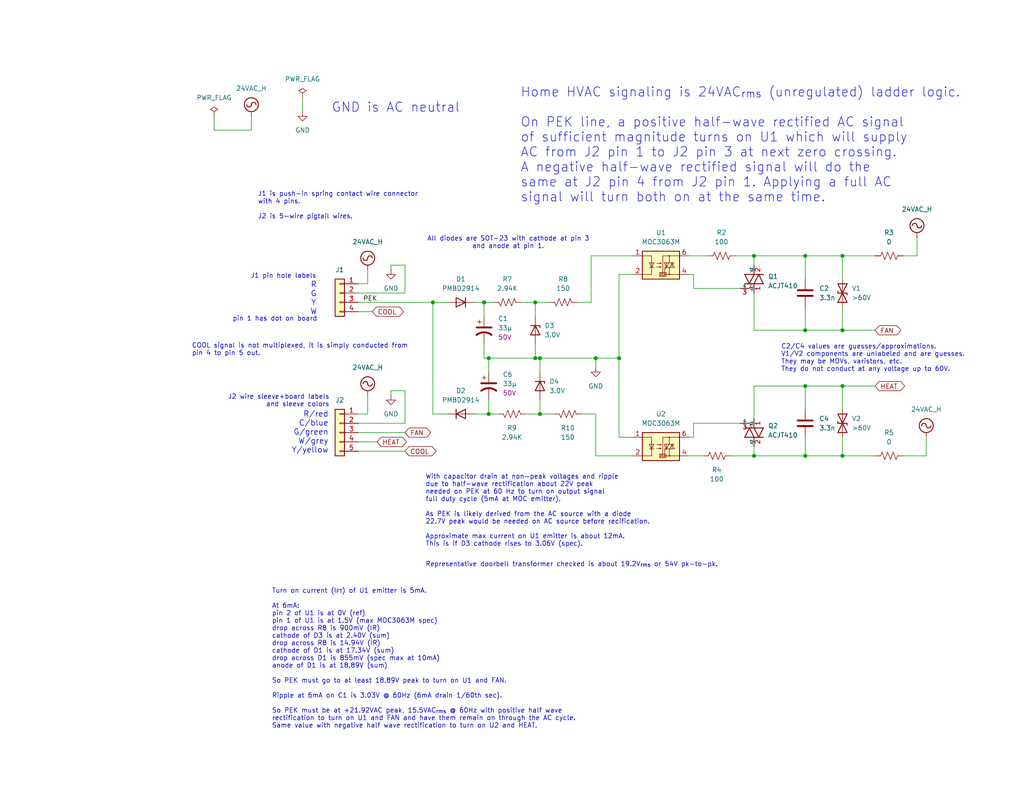
<source format=kicad_sch>
(kicad_sch (version 20250114) (generator "eeschema") (generator_version "9.0")
  (paper "USLetter")
  (title_block (title "EcoBee power extender kit 175-00011 rev D") (date "2025-08-16") (rev "a"))
  (lib_symbols
    (symbol "Connector_Generic:Conn_01x04" (pin_names (offset 1.016) (hide yes))
      (property "Reference" "J" (at 0 5.08 0))
      (property "Value" "Conn_01x04" (at 0 -7.62 0))
      (symbol "Conn_01x04_1_1"
        (rectangle (start -1.27 3.81) (end 1.27 -6.35) (stroke (width 0.254)) (fill (type background)))
        (rectangle (start -1.27 2.667) (end 0 2.413) (stroke (width 0.1524)))
        (rectangle (start -1.27 0.127) (end 0 -0.127) (stroke (width 0.1524)))
        (rectangle (start -1.27 -2.413) (end 0 -2.667) (stroke (width 0.1524)))
        (rectangle (start -1.27 -4.953) (end 0 -5.207) (stroke (width 0.1524)))
        (pin passive line (at -5.08 2.54 0) (length 3.81) (name "Pin_1") (number "1"))
        (pin passive line (at -5.08 0 0) (length 3.81) (name "Pin_2") (number "2"))
        (pin passive line (at -5.08 -2.54 0) (length 3.81) (name "Pin_3") (number "3"))
        (pin passive line (at -5.08 -5.08 0) (length 3.81) (name "Pin_4") (number "4"))
      )
    )
    (symbol "Connector_Generic:Conn_01x05" (pin_names (offset 1.016) (hide yes))
      (property "Reference" "J" (at 0 7.62 0))
      (property "Value" "Conn_01x05" (at 0 -7.62 0))
      (symbol "Conn_01x05_1_1"
        (rectangle (start -1.27 6.35) (end 1.27 -6.35) (stroke (width 0.254)) (fill (type background)))
        (rectangle (start -1.27 5.207) (end 0 4.953) (stroke (width 0.1524)))
        (rectangle (start -1.27 2.667) (end 0 2.413) (stroke (width 0.1524)))
        (rectangle (start -1.27 0.127) (end 0 -0.127) (stroke (width 0.1524)))
        (rectangle (start -1.27 -2.413) (end 0 -2.667) (stroke (width 0.1524)))
        (rectangle (start -1.27 -4.953) (end 0 -5.207) (stroke (width 0.1524)))
        (pin passive line (at -5.08 5.08 0) (length 3.81) (name "Pin_1") (number "1"))
        (pin passive line (at -5.08 2.54 0) (length 3.81) (name "Pin_2") (number "2"))
        (pin passive line (at -5.08 0 0) (length 3.81) (name "Pin_3") (number "3"))
        (pin passive line (at -5.08 -2.54 0) (length 3.81) (name "Pin_4") (number "4"))
        (pin passive line (at -5.08 -5.08 0) (length 3.81) (name "Pin_5") (number "5"))
      )
    )
    (symbol "Device:C" (pin_numbers (hide yes)) (pin_names (offset 0.254))
      (property "Reference" "C" (at 0.635 2.54 0))
      (property "Value" "C" (at 0.635 -2.54 0))
      (symbol "C_0_1"
        (polyline (pts (xy -2.032 0.762) (xy 2.032 0.762)) (stroke (width 0.508)))
        (polyline (pts (xy -2.032 -0.762) (xy 2.032 -0.762)) (stroke (width 0.508)))
      )
      (symbol "C_1_1"
        (pin passive line (at 0 3.81 270) (length 2.794) (name "~") (number "1"))
        (pin passive line (at 0 -3.81 90) (length 2.794) (name "~") (number "2"))
      )
    )
    (symbol "Device:C_Polarized_US" (pin_numbers (hide yes)) (pin_names (offset 0.254) (hide yes))
      (property "Reference" "C" (at 0.635 2.54 0))
      (property "Value" "C_Polarized_US" (at 0.635 -2.54 0))
      (symbol "C_Polarized_US_0_1"
        (polyline (pts (xy -2.032 0.762) (xy 2.032 0.762)) (stroke (width 0.508)))
        (polyline (pts (xy -1.778 2.286) (xy -0.762 2.286)))
        (polyline (pts (xy -1.27 1.778) (xy -1.27 2.794)))
        (arc (start -2.032 -1.27) (mid 0 -0.5572) (end 2.032 -1.27) (stroke (width 0.508)))
      )
      (symbol "C_Polarized_US_1_1"
        (pin passive line (at 0 3.81 270) (length 2.794) (name "~") (number "1"))
        (pin passive line (at 0 -3.81 90) (length 3.302) (name "~") (number "2"))
      )
    )
    (symbol "Device:D" (pin_numbers (hide yes)) (pin_names (offset 1.016) (hide yes))
      (property "Reference" "D" (at 0 2.54 0))
      (property "Value" "D" (at 0 -2.54 0))
      (symbol "D_0_1"
        (polyline (pts (xy -1.27 1.27) (xy -1.27 -1.27)) (stroke (width 0.254)))
        (polyline (pts (xy 1.27 1.27) (xy 1.27 -1.27) (xy -1.27 0) (xy 1.27 1.27)) (stroke (width 0.254)))
        (polyline (pts (xy 1.27 0) (xy -1.27 0)))
      )
      (symbol "D_1_1"
        (pin passive line (at -3.81 0 0) (length 2.54) (name "K") (number "1"))
        (pin passive line (at 3.81 0 180) (length 2.54) (name "A") (number "2"))
      )
    )
    (symbol "Device:D_TVS" (pin_numbers (hide yes)) (pin_names (offset 1.016) (hide yes))
      (property "Reference" "D" (at 0 2.54 0))
      (property "Value" "D_TVS" (at 0 -2.54 0))
      (symbol "D_TVS_0_1"
        (polyline (pts (xy -2.54 1.27) (xy -2.54 -1.27) (xy 2.54 1.27) (xy 2.54 -1.27) (xy -2.54 1.27)) (stroke (width 0.254)))
        (polyline (pts (xy 0.508 1.27) (xy 0 1.27) (xy 0 -1.27) (xy -0.508 -1.27)) (stroke (width 0.254)))
        (polyline (pts (xy 1.27 0) (xy -1.27 0)))
      )
      (symbol "D_TVS_1_1"
        (pin passive line (at -3.81 0 0) (length 2.54) (name "A1") (number "1"))
        (pin passive line (at 3.81 0 180) (length 2.54) (name "A2") (number "2"))
      )
    )
    (symbol "Device:D_Zener" (pin_numbers (hide yes)) (pin_names (offset 1.016) (hide yes))
      (property "Reference" "D" (at 0 2.54 0))
      (property "Value" "D_Zener" (at 0 -2.54 0))
      (symbol "D_Zener_0_1"
        (polyline (pts (xy -1.27 -1.27) (xy -1.27 1.27) (xy -0.762 1.27)) (stroke (width 0.254)))
        (polyline (pts (xy 1.27 0) (xy -1.27 0)))
        (polyline (pts (xy 1.27 -1.27) (xy 1.27 1.27) (xy -1.27 0) (xy 1.27 -1.27)) (stroke (width 0.254)))
      )
      (symbol "D_Zener_1_1"
        (pin passive line (at -3.81 0 0) (length 2.54) (name "K") (number "1"))
        (pin passive line (at 3.81 0 180) (length 2.54) (name "A") (number "2"))
      )
    )
    (symbol "Device:R_US" (pin_numbers (hide yes)) (pin_names (offset 0))
      (property "Reference" "R" (at 2.54 0 90))
      (property "Value" "R_US" (at -2.54 0 90))
      (symbol "R_US_0_1"
        (polyline (pts (xy 0 2.286) (xy 0 2.54)))
        (polyline (pts (xy 0 2.286) (xy 1.016 1.905) (xy 0 1.524) (xy -1.016 1.143) (xy 0 0.762)))
        (polyline (pts (xy 0 0.762) (xy 1.016 0.381) (xy 0 0) (xy -1.016 -0.381) (xy 0 -0.762)))
        (polyline (pts (xy 0 -0.762) (xy 1.016 -1.143) (xy 0 -1.524) (xy -1.016 -1.905) (xy 0 -2.286)))
        (polyline (pts (xy 0 -2.286) (xy 0 -2.54)))
      )
      (symbol "R_US_1_1"
        (pin passive line (at 0 3.81 270) (length 1.27) (name "~") (number "1"))
        (pin passive line (at 0 -3.81 90) (length 1.27) (name "~") (number "2"))
      )
    )
    (symbol "Relay_SolidState:MOC3063M"
      (property "Reference" "U" (at -5.08 5.08 0))
      (property "Value" "MOC3063M" (at 0 5.08 0))
      (symbol "MOC3063M_0_0"
        (rectangle (start -0.381 -2.032) (end 1.397 -3.048))
        (polyline (pts (xy 1.524 -0.635) (xy 1.016 -1.016) (xy 1.016 -2.032)))
        (polyline (pts (xy 2.286 -2.54) (xy 1.397 -2.54)))
        (text "ZCD" (at 0.508 -2.54 0) (effects (font (size 0.508 0.508))))
      )
      (symbol "MOC3063M_0_1"
        (rectangle (start -5.08 3.81) (end 5.08 -3.81) (stroke (width 0.254)) (fill (type background)))
        (polyline (pts (xy -5.08 2.54) (xy -2.54 2.54) (xy -2.54 -2.54) (xy -5.08 -2.54)))
        (polyline (pts (xy -3.175 -0.635) (xy -1.905 -0.635)))
        (polyline (pts (xy -2.54 -0.635) (xy -3.175 0.635) (xy -1.905 0.635) (xy -2.54 -0.635)))
        (polyline (pts (xy -1.143 0.508) (xy 0.127 0.508) (xy -0.254 0.381) (xy -0.254 0.635) (xy 0.127 0.508)))
        (polyline (pts (xy -1.143 -0.508) (xy 0.127 -0.508) (xy -0.254 -0.635) (xy -0.254 -0.381) (xy 0.127 -0.508)))
        (polyline (pts (xy 0.889 -0.635) (xy 3.683 -0.635) (xy 3.048 0.635) (xy 2.413 -0.635)))
        (polyline (pts (xy 1.524 -0.635) (xy 1.524 0.635)))
        (polyline (pts (xy 2.286 2.54) (xy 0.508 2.54) (xy 0.508 -2.032)))
        (circle (center 2.286 2.54) (radius 0.127))
        (polyline (pts (xy 2.286 0.635) (xy 2.286 2.54) (xy 5.08 2.54)))
        (polyline (pts (xy 2.286 -0.635) (xy 2.286 -2.54) (xy 5.08 -2.54)))
        (circle (center 2.286 -2.54) (radius 0.127))
        (polyline (pts (xy 3.048 0.635) (xy 3.048 -0.635)))
        (polyline (pts (xy 3.683 0.635) (xy 0.889 0.635) (xy 1.524 -0.635) (xy 2.159 0.635)))
      )
      (symbol "MOC3063M_1_1"
        (pin passive line (at -7.62 2.54 0) (length 2.54) (name "~") (number "1"))
        (pin passive line (at -7.62 -2.54 0) (length 2.54) (name "~") (number "2"))
        (pin no_connect line (at -5.08 0 0) (length 2.54) (hide yes) (name "NC") (number "3"))
        (pin no_connect line (at 5.08 0 180) (length 2.54) (hide yes) (name "NC") (number "5"))
        (pin passive line (at 7.62 2.54 180) (length 2.54) (name "~") (number "6"))
        (pin passive line (at 7.62 -2.54 180) (length 2.54) (name "~") (number "4"))
      )
    )
    (symbol "Triac_Thyristor:Generic_Triac_A1A2G" (pin_names (offset 0))
      (property "Reference" "D" (at 3.175 0.635 0))
      (property "Value" "Generic_Triac_A1A2G" (at 3.175 -1.27 0))
      (symbol "Generic_Triac_A1A2G_0_1"
        (polyline (pts (xy -2.54 1.27) (xy 2.54 1.27)) (stroke (width 0.254)))
        (polyline (pts (xy -2.54 1.27) (xy -1.27 -1.27) (xy 0 1.27)) (stroke (width 0.254)))
        (polyline (pts (xy -2.54 -1.27) (xy 2.54 -1.27)) (stroke (width 0.254)))
        (polyline (pts (xy -1.27 -2.54) (xy -0.635 -1.27)))
        (polyline (pts (xy 0 -1.27) (xy 1.27 1.27) (xy 2.54 -1.27)) (stroke (width 0.254)))
      )
      (symbol "Generic_Triac_A1A2G_1_1"
        (pin input line (at -3.81 -2.54 0) (length 2.54) (name "G") (number "3"))
        (pin passive line (at 0 3.81 270) (length 2.54) (name "A2") (number "2"))
        (pin passive line (at 0 -3.81 90) (length 2.54) (name "A1") (number "1"))
      )
    )
    (symbol "power:GND" (power) (pin_numbers (hide yes)) (pin_names (offset 0) (hide yes))
      (property "Value" "GND" (at 0 -3.81 0))
      (symbol "GND_0_1"
        (polyline (pts (xy 0 0) (xy 0 -1.27) (xy 1.27 -1.27) (xy 0 -2.54) (xy -1.27 -1.27) (xy 0 -1.27)))
      )
      (symbol "GND_1_1"
        (pin power_in line (at 0 0 270) (length 0) (name "~") (number "1"))
      )
    )
    (symbol "power:PWR_FLAG" (power) (pin_numbers (hide yes)) (pin_names (offset 0) (hide yes))
      (property "Value" "PWR_FLAG" (at 0 3.81 0))
      (symbol "PWR_FLAG_0_0"
        (pin power_out line (at 0 0 90) (length 0) (name "~") (number "1"))
      )
      (symbol "PWR_FLAG_0_1"
        (polyline (pts (xy 0 0) (xy 0 1.27) (xy -1.016 1.905) (xy 0 2.54) (xy 1.016 1.905) (xy 0 1.27)))
      )
    )
    (symbol "power:VAC" (power) (pin_numbers (hide yes)) (pin_names (offset 0) (hide yes))
      (property "Value" "VAC" (at 0 6.35 0))
      (symbol "VAC_0_1"
        (arc (start -1.27 3.175) (mid -0.635 3.8073) (end 0 3.175) (stroke (width 0.254)))
        (circle (center 0 3.175) (radius 1.905) (stroke (width 0.254)))
        (polyline (pts (xy 0 0) (xy 0 1.27)))
        (arc (start 1.27 3.175) (mid 0.635 2.5427) (end 0 3.175) (stroke (width 0.254)))
      )
      (symbol "VAC_1_1"
        (pin power_in line (at 0 0 90) (length 0) (name "~") (number "1"))
      )
    )
  )
  (text "C2/C4 values are guesses/approximations.\nV1/V2 components are unlabeled and are guesses.\nThey may be MOVs, varistors, etc.\nThey do not conduct at any voltage up to 60V." (at 213.106 97.79 0) (effects (font (size 1.27 1.27)) (justify left)))
  (text "Home HVAC signaling is 24VAC_{rms} (unregulated) ladder logic.\n\nOn PEK line, a positive half-wave rectified AC signal\nof sufficient magnitude turns on U1 which will supply\nAC from J2 pin 1 to J2 pin 3 at next zero crossing.\nA negative half-wave rectified signal will do the\nsame at J2 pin 4 from J2 pin 1. Applying a full AC\nsignal will turn both on at the same time." (at 141.986 39.624 0) (effects (font (size 2.54 2.54)) (justify left)))
  (text "GND is AC neutral" (at 90.424 29.464 0) (effects (font (size 2.54 2.54)) (justify left)))
  (text "J1 is push-in spring contact wire connector\nwith 4 pins.\n\nJ2 is 5-wire pigtail wires." (at 70.358 56.134 0) (effects (font (size 1.27 1.27)) (justify left)))
  (text "All diodes are SOT-23 with cathode at pin 3\nand anode at pin 1." (at 138.684 66.294 0) (effects (font (size 1.27 1.27))))
  (text "R\nG\nY\nW" (at 85.598 81.534 0) (effects (font (size 1.524 1.524))))
  (text "pin 1 has dot on board" (at 86.614 87.122 0) (effects (font (size 1.27 1.27)) (justify right)))
  (text "J2 wire sleeve+board labels\nand sleeve colors" (at 89.916 109.474 0) (effects (font (size 1.27 1.27)) (justify right)))
  (text "R/red\nC/blue\nG/green\nW/grey\nY/yellow" (at 89.662 118.11 0) (effects (font (size 1.524 1.524)) (justify right)))
  (text "Turn on current (I_{FT}) of U1 emitter is 5mA.\n\nAt 6mA:\npin 2 of U1 is at 0V (ref)\npin 1 of U1 is at 1.5V (max MOC3063M spec)\ndrop across R8 is 900mV (IR)\ncathode of D3 is at 2.40V (sum)\ndrop across R8 is 14.94V (IR)\ncathode of D1 is at 17.34V (sum)\ndrop across D1 is 855mV (spec max at 10mA) \nanode of D1 is at 18.89V (sum)\n\nSo PEK must go to at least 18.89V peak to turn on U1 and FAN.\n\nRipple at 6mA on C1 is 3.03V @ 60Hz (6mA drain 1/60th sec).\n\nSo PEK must be at +21.92VAC peak, 15.5VAC_{rms} @ 60Hz with positive half wave\nrectification to turn on U1 and FAN and have them remain on through the AC cycle.\nSame value with negative half wave rectification to turn on U2 and HEAT." (at 74.168 179.832 0) (effects (font (size 1.27 1.27)) (justify left)))
  (text "COOL signal is not multiplexed, it is simply conducted from\npin 4 to pin 5 out." (at 52.324 95.504 0) (effects (font (size 1.27 1.27)) (justify left)))
  (text "J1 pin hole labels" (at 86.36 75.438 0) (effects (font (size 1.27 1.27)) (justify right)))
  (text "Representative doorbell transformer checked is about 19.2V_{rms} or 54V pk-to-pk." (at 116.078 154.178 0) (effects (font (size 1.27 1.27)) (justify left)))
  (text "With capacitor drain at non-peak voltages and ripple\ndue to half-wave rectification about 22V peak\nneeded on PEK at 60 Hz to turn on output signal\nfull duty cycle (5mA at MOC emitter).\n\nAs PEK is likely derived from the AC source with a diode\n22.7V peak would be needed on AC source before recification." (at 116.078 136.398 0) (effects (font (size 1.27 1.27)) (justify left)))
  (text "Approximate max current on U1 emitter is about 12mA.\nThis is if D3 cathode rises to 3.06V (spec).\n\n" (at 116.078 148.59 0) (effects (font (size 1.27 1.27)) (justify left)))
  (junction (at 219.71 105.41))
  (junction (at 205.74 124.46))
  (junction (at 229.87 69.85))
  (junction (at 147.32 97.79))
  (junction (at 133.35 113.03))
  (junction (at 219.71 90.17))
  (junction (at 133.35 97.79))
  (junction (at 146.05 97.79))
  (junction (at 147.32 113.03))
  (junction (at 118.11 82.55))
  (junction (at 132.08 82.55))
  (junction (at 229.87 105.41))
  (junction (at 205.74 69.85))
  (junction (at 219.71 69.85))
  (junction (at 219.71 124.46))
  (junction (at 229.87 124.46))
  (junction (at 162.56 97.79))
  (junction (at 146.05 82.55))
  (junction (at 168.91 97.79))
  (junction (at 229.87 90.17))
  (wire (pts (xy 161.29 69.85) (xy 172.72 69.85)))
  (wire (pts (xy 133.35 97.79) (xy 132.08 97.79)))
  (wire (pts (xy 162.56 124.46) (xy 172.72 124.46)))
  (wire (pts (xy 97.79 115.57) (xy 110.49 115.57)))
  (wire (pts (xy 168.91 74.93) (xy 168.91 97.79)))
  (wire (pts (xy 100.33 113.03) (xy 100.33 107.95)))
  (wire (pts (xy 97.79 113.03) (xy 100.33 113.03)))
  (wire (pts (xy 162.56 113.03) (xy 158.75 113.03)))
  (wire (pts (xy 187.96 69.85) (xy 193.04 69.85)))
  (wire (pts (xy 146.05 97.79) (xy 133.35 97.79)))
  (wire (pts (xy 199.39 124.46) (xy 205.74 124.46)))
  (wire (pts (xy 146.05 97.79) (xy 147.32 97.79)))
  (wire (pts (xy 229.87 119.38) (xy 229.87 124.46)))
  (wire (pts (xy 162.56 97.79) (xy 147.32 97.79)))
  (wire (pts (xy 229.87 105.41) (xy 238.76 105.41)))
  (wire (pts (xy 134.62 82.55) (xy 132.08 82.55)))
  (wire (pts (xy 205.74 80.01) (xy 205.74 90.17)))
  (wire (pts (xy 219.71 90.17) (xy 229.87 90.17)))
  (wire (pts (xy 219.71 124.46) (xy 229.87 124.46)))
  (wire (pts (xy 100.33 73.66) (xy 100.33 77.47)))
  (wire (pts (xy 162.56 124.46) (xy 162.56 113.03)))
  (wire (pts (xy 132.08 82.55) (xy 132.08 86.36)))
  (wire (pts (xy 168.91 119.38) (xy 172.72 119.38)))
  (wire (pts (xy 229.87 105.41) (xy 229.87 111.76)))
  (wire (pts (xy 250.19 69.85) (xy 250.19 64.77)))
  (wire (pts (xy 147.32 113.03) (xy 151.13 113.03)))
  (wire (pts (xy 219.71 105.41) (xy 229.87 105.41)))
  (wire (pts (xy 102.87 120.65) (xy 97.79 120.65)))
  (wire (pts (xy 219.71 105.41) (xy 219.71 111.76)))
  (wire (pts (xy 189.23 119.38) (xy 187.96 119.38)))
  (wire (pts (xy 110.49 72.39) (xy 110.49 80.01)))
  (wire (pts (xy 133.35 109.22) (xy 133.35 113.03)))
  (wire (pts (xy 147.32 97.79) (xy 147.32 101.6)))
  (wire (pts (xy 162.56 97.79) (xy 168.91 97.79)))
  (wire (pts (xy 121.92 82.55) (xy 118.11 82.55)))
  (wire (pts (xy 143.51 113.03) (xy 147.32 113.03)))
  (wire (pts (xy 106.68 72.39) (xy 110.49 72.39)))
  (wire (pts (xy 132.08 82.55) (xy 129.54 82.55)))
  (wire (pts (xy 205.74 90.17) (xy 219.71 90.17)))
  (wire (pts (xy 133.35 101.6) (xy 133.35 97.79)))
  (wire (pts (xy 97.79 85.09) (xy 101.6 85.09)))
  (wire (pts (xy 205.74 124.46) (xy 219.71 124.46)))
  (wire (pts (xy 118.11 113.03) (xy 121.92 113.03)))
  (wire (pts (xy 229.87 90.17) (xy 238.76 90.17)))
  (wire (pts (xy 189.23 115.57) (xy 189.23 119.38)))
  (wire (pts (xy 58.42 35.56) (xy 68.58 35.56)))
  (wire (pts (xy 118.11 82.55) (xy 118.11 113.03)))
  (wire (pts (xy 229.87 83.82) (xy 229.87 90.17)))
  (wire (pts (xy 189.23 115.57) (xy 201.93 115.57)))
  (wire (pts (xy 168.91 74.93) (xy 172.72 74.93)))
  (wire (pts (xy 106.68 73.66) (xy 106.68 72.39)))
  (wire (pts (xy 147.32 113.03) (xy 147.32 109.22)))
  (wire (pts (xy 58.42 31.75) (xy 58.42 35.56)))
  (wire (pts (xy 219.71 124.46) (xy 219.71 119.38)))
  (wire (pts (xy 187.96 74.93) (xy 189.23 74.93)))
  (wire (pts (xy 252.73 124.46) (xy 252.73 119.38)))
  (wire (pts (xy 110.49 106.68) (xy 106.68 106.68)))
  (wire (pts (xy 205.74 124.46) (xy 205.74 121.92)))
  (wire (pts (xy 219.71 69.85) (xy 219.71 76.2)))
  (wire (pts (xy 205.74 105.41) (xy 219.71 105.41)))
  (wire (pts (xy 189.23 74.93) (xy 189.23 78.74)))
  (wire (pts (xy 132.08 97.79) (xy 132.08 93.98)))
  (wire (pts (xy 110.49 80.01) (xy 97.79 80.01)))
  (wire (pts (xy 246.38 124.46) (xy 252.73 124.46)))
  (wire (pts (xy 106.68 106.68) (xy 106.68 107.95)))
  (wire (pts (xy 205.74 69.85) (xy 219.71 69.85)))
  (wire (pts (xy 189.23 78.74) (xy 201.93 78.74)))
  (wire (pts (xy 100.33 77.47) (xy 97.79 77.47)))
  (wire (pts (xy 161.29 82.55) (xy 157.48 82.55)))
  (wire (pts (xy 97.79 118.11) (xy 110.49 118.11)))
  (wire (pts (xy 168.91 97.79) (xy 168.91 119.38)))
  (wire (pts (xy 133.35 113.03) (xy 135.89 113.03)))
  (wire (pts (xy 246.38 69.85) (xy 250.19 69.85)))
  (wire (pts (xy 146.05 82.55) (xy 142.24 82.55)))
  (wire (pts (xy 200.66 69.85) (xy 205.74 69.85)))
  (wire (pts (xy 229.87 69.85) (xy 238.76 69.85)))
  (wire (pts (xy 161.29 69.85) (xy 161.29 82.55)))
  (wire (pts (xy 68.58 35.56) (xy 68.58 31.75)))
  (wire (pts (xy 219.71 69.85) (xy 229.87 69.85)))
  (wire (pts (xy 110.49 123.19) (xy 97.79 123.19)))
  (wire (pts (xy 97.79 82.55) (xy 118.11 82.55)))
  (wire (pts (xy 219.71 83.82) (xy 219.71 90.17)))
  (wire (pts (xy 229.87 124.46) (xy 238.76 124.46)))
  (wire (pts (xy 146.05 82.55) (xy 146.05 86.36)))
  (wire (pts (xy 162.56 97.79) (xy 162.56 100.33)))
  (wire (pts (xy 149.86 82.55) (xy 146.05 82.55)))
  (wire (pts (xy 205.74 69.85) (xy 205.74 72.39)))
  (wire (pts (xy 205.74 114.3) (xy 205.74 105.41)))
  (wire (pts (xy 82.55 26.67) (xy 82.55 30.48)))
  (wire (pts (xy 229.87 69.85) (xy 229.87 76.2)))
  (wire (pts (xy 187.96 124.46) (xy 191.77 124.46)))
  (wire (pts (xy 129.54 113.03) (xy 133.35 113.03)))
  (wire (pts (xy 146.05 93.98) (xy 146.05 97.79)))
  (wire (pts (xy 110.49 106.68) (xy 110.49 115.57)))
  (label "PEK" (at 99.06 82.55 0))
  (global_label "FAN" (shape bidirectional) (at 238.76 90.17 0) (property "Intersheetrefs" "${INTERSHEET_REFS}" (effects (hide yes))))
  (global_label "FAN" (shape bidirectional) (at 110.49 118.11 0) (property "Intersheetrefs" "${INTERSHEET_REFS}" (effects (hide yes))))
  (global_label "COOL" (shape bidirectional) (at 110.49 123.19 0) (property "Intersheetrefs" "${INTERSHEET_REFS}" (effects (hide yes))))
  (global_label "HEAT" (shape bidirectional) (at 102.87 120.65 0) (property "Intersheetrefs" "${INTERSHEET_REFS}" (effects (hide yes))))
  (global_label "COOL" (shape bidirectional) (at 101.6 85.09 0) (property "Intersheetrefs" "${INTERSHEET_REFS}" (effects (hide yes))))
  (global_label "HEAT" (shape bidirectional) (at 238.76 105.41 0) (property "Intersheetrefs" "${INTERSHEET_REFS}" (effects (hide yes))))
  (symbol (lib_id "Device:C") (at 219.71 115.57 180) (unit 1)
    (property "Reference" "C4" (at 223.52 114.2999 0) (effects (justify right)))
    (property "Value" "3.3n" (at 223.52 116.8399 0) (effects (justify right)))
    (property "Footprint" "Capacitor_SMD:C_0402_1005Metric" (effects (hide yes)))
    (property "Description" "Unpolarized capacitor" (effects (hide yes)))
  )
  (symbol (lib_id "Device:D_TVS") (at 229.87 115.57 90) (unit 1)
    (property "Reference" "V2" (at 232.41 114.2999 90) (effects (justify right)))
    (property "Value" ">60V" (at 232.41 116.8399 90) (effects (justify right)))
    (property "Footprint" "Diode_SMD:D_0603_1608Metric" (effects (hide yes)))
    (property "Description" "Bidirectional transient-voltage-suppression diode" (effects (hide yes)))
  )
  (symbol (lib_id "Connector_Generic:Conn_01x04") (at 92.71 80.01 0) (mirror y) (unit 1)
    (property "Reference" "J1" (at 92.71 73.66 0))
    (property "Value" "Conn_01x04" (effects (hide yes)))
    (property "Description" "Generic connector, single row, 01x04, script generated (kicad-library-utils/schlib/autogen/connector/)" (effects (hide yes)))
  )
  (symbol (lib_id "Device:D_Zener") (at 146.05 90.17 270) (unit 1)
    (property "Reference" "D3" (at 148.59 88.8999 90) (effects (justify left)))
    (property "Value" "3.0V" (at 148.59 91.4399 90) (effects (justify left)))
    (property "Description" "Zener diode" (effects (hide yes)))
  )
  (symbol (lib_id "Triac_Thyristor:Generic_Triac_A1A2G") (at 205.74 76.2 0) (unit 1)
    (property "Reference" "Q1" (at 209.55 75.5014 0) (effects (justify left)))
    (property "Value" "ACJT410" (at 209.55 78.0414 0) (effects (justify left)))
    (property "Footprint" "Package_TO_SOT_SMD:TO-252-2" (effects (hide yes)))
    (property "Datasheet" "https://www.jjm.com/pdf/kkg/ACJT410-10K.pdf" (effects (hide yes)))
    (property "Description" "Triode for alternating current, anode1/anode2/gate" (effects (hide yes)))
  )
  (symbol (lib_id "Device:D_Zener") (at 147.32 105.41 270) (unit 1)
    (property "Reference" "D4" (at 149.86 104.1399 90) (effects (justify left)))
    (property "Value" "3.0V" (at 149.86 106.6799 90) (effects (justify left)))
    (property "Description" "Zener diode" (effects (hide yes)))
  )
  (symbol (lib_id "Device:D") (at 125.73 82.55 180) (unit 1)
    (property "Reference" "D1" (at 125.73 76.2 0))
    (property "Value" "PMBD2914" (at 125.73 78.74 0))
    (property "Datasheet" "https://media.digikey.com/pdf/Data%20Sheets/Philips%20Semiconductor%20PDFs/PMBD914.pdf" (effects (hide yes)))
    (property "Description" "Diode" (effects (hide yes)))
    (property "Sim.Device" "D" (effects (hide yes)))
    (property "Sim.Pins" "1=K 2=A" (effects (hide yes)))
  )
  (symbol (lib_id "Device:R_US") (at 154.94 113.03 270) (mirror x) (unit 1)
    (property "Reference" "R10" (at 154.94 116.84 90))
    (property "Value" "150" (at 154.94 119.38 90))
    (property "Footprint" "Resistor_SMD:R_0402_1005Metric" (effects (hide yes)))
    (property "Description" "Resistor, US symbol" (effects (hide yes)))
  )
  (symbol (lib_id "Device:D") (at 125.73 113.03 0) (unit 1)
    (property "Reference" "D2" (at 125.73 106.68 0))
    (property "Value" "PMBD2914" (at 125.73 109.22 0))
    (property "Datasheet" "https://media.digikey.com/pdf/Data%20Sheets/Philips%20Semiconductor%20PDFs/PMBD914.pdf" (effects (hide yes)))
    (property "Description" "Diode" (effects (hide yes)))
    (property "Sim.Device" "D" (effects (hide yes)))
    (property "Sim.Pins" "1=K 2=A" (effects (hide yes)))
  )
  (symbol (lib_id "Device:R_US") (at 196.85 69.85 90) (unit 1)
    (property "Reference" "R2" (at 196.85 63.5 90))
    (property "Value" "100" (at 196.85 66.04 90))
    (property "Footprint" "Resistor_SMD:R_0805_2012Metric" (effects (hide yes)))
    (property "Description" "Resistor, US symbol" (effects (hide yes)))
  )
  (symbol (lib_id "Device:R_US") (at 153.67 82.55 270) (mirror x) (unit 1)
    (property "Reference" "R8" (at 153.67 76.2 90))
    (property "Value" "150" (at 153.67 78.74 90))
    (property "Footprint" "Resistor_SMD:R_0402_1005Metric" (effects (hide yes)))
    (property "Description" "Resistor, US symbol" (effects (hide yes)))
  )
  (symbol (lib_id "Device:R_US") (at 138.43 82.55 270) (mirror x) (unit 1)
    (property "Reference" "R7" (at 138.43 76.2 90))
    (property "Value" "2.94K" (at 138.43 78.74 90))
    (property "Footprint" "Resistor_SMD:R_1206_3216Metric" (effects (hide yes)))
    (property "Description" "Resistor, US symbol" (effects (hide yes)))
  )
  (symbol (lib_id "power:VAC") (at 250.19 64.77 0) (unit 1)
    (property "Reference" "#PWR05" (effects (hide yes)))
    (property "Value" "24VAC_H" (at 250.19 57.15 0))
    (property "Description" "Power symbol creates a global label with name \"VAC\"" (effects (hide yes)))
  )
  (symbol (lib_id "Triac_Thyristor:Generic_Triac_A1A2G") (at 205.74 118.11 0) (mirror x) (unit 1)
    (property "Reference" "Q2" (at 209.55 116.2684 0) (effects (justify left)))
    (property "Value" "ACJT410" (at 209.55 118.8084 0) (effects (justify left)))
    (property "Footprint" "Package_TO_SOT_SMD:TO-252-2" (effects (hide yes)))
    (property "Datasheet" "https://www.jjm.com/pdf/kkg/ACJT410-10K.pdf" (effects (hide yes)))
    (property "Description" "Triode for alternating current, anode1/anode2/gate" (effects (hide yes)))
  )
  (symbol (lib_id "Relay_SolidState:MOC3063M") (at 180.34 72.39 0) (unit 1)
    (property "Reference" "U1" (at 180.34 63.5 0))
    (property "Value" "MOC3063M" (at 180.34 66.04 0))
    (property "Footprint" "Package_DIP:SMDIP-6_W9.53mm" (effects (hide yes)))
    (property "Datasheet" "https://www.onsemi.com/pub/Collateral/MOC3163M-D.pdf" (effects (hide yes)))
    (property "Description" "Zero Cross Opto-Triac, Vdrm 600V, Ift 5mA, DIP6" (effects (hide yes)))
  )
  (symbol (lib_id "power:GND") (at 106.68 107.95 0) (mirror y) (unit 1)
    (property "Reference" "#PWR02" (effects (hide yes)))
    (property "Value" "GND" (at 106.68 113.03 0))
    (property "Description" "Power symbol creates a global label with name \"GND\" , ground" (effects (hide yes)))
  )
  (symbol (lib_id "power:PWR_FLAG") (at 58.42 31.75 0) (unit 1)
    (property "Reference" "#FLG01" (effects (hide yes)))
    (property "Value" "PWR_FLAG" (at 58.42 26.67 0))
    (property "Description" "Special symbol for telling ERC where power comes from" (effects (hide yes)))
  )
  (symbol (lib_id "Device:R_US") (at 139.7 113.03 270) (mirror x) (unit 1)
    (property "Reference" "R9" (at 139.7 116.84 90))
    (property "Value" "2.94K" (at 139.7 119.38 90))
    (property "Footprint" "Resistor_SMD:R_1206_3216Metric" (effects (hide yes)))
    (property "Description" "Resistor, US symbol" (effects (hide yes)))
  )
  (symbol (lib_id "Connector_Generic:Conn_01x05") (at 92.71 118.11 0) (mirror y) (unit 1)
    (property "Reference" "J2" (at 92.71 109.22 0))
    (property "Value" "Conn_01x05" (effects (hide yes)))
    (property "Description" "Generic connector, single row, 01x05, script generated (kicad-library-utils/schlib/autogen/connector/)" (effects (hide yes)))
  )
  (symbol (lib_id "Device:R_US") (at 195.58 124.46 90) (unit 1)
    (property "Reference" "R4" (at 195.58 128.27 90))
    (property "Value" "100" (at 195.58 130.81 90))
    (property "Footprint" "Resistor_SMD:R_0805_2012Metric" (effects (hide yes)))
    (property "Description" "Resistor, US symbol" (effects (hide yes)))
  )
  (symbol (lib_id "Device:C") (at 219.71 80.01 180) (unit 1)
    (property "Reference" "C2" (at 223.52 78.7399 0) (effects (justify right)))
    (property "Value" "3.3n" (at 223.52 81.2799 0) (effects (justify right)))
    (property "Footprint" "Capacitor_SMD:C_0402_1005Metric" (effects (hide yes)))
    (property "Description" "Unpolarized capacitor" (effects (hide yes)))
  )
  (symbol (lib_id "power:VAC") (at 100.33 73.66 0) (mirror y) (unit 1)
    (property "Reference" "#PWR03" (effects (hide yes)))
    (property "Value" "24VAC_H" (at 100.33 66.04 0))
    (property "Description" "Power symbol creates a global label with name \"VAC\"" (effects (hide yes)))
  )
  (symbol (lib_id "Relay_SolidState:MOC3063M") (at 180.34 121.92 0) (unit 1)
    (property "Reference" "U2" (at 180.34 113.03 0))
    (property "Value" "MOC3063M" (at 180.34 115.57 0))
    (property "Footprint" "Package_DIP:SMDIP-6_W9.53mm" (effects (hide yes)))
    (property "Datasheet" "https://www.onsemi.com/pub/Collateral/MOC3163M-D.pdf" (effects (hide yes)))
    (property "Description" "Zero Cross Opto-Triac, Vdrm 600V, Ift 5mA, DIP6" (effects (hide yes)))
  )
  (symbol (lib_id "Device:D_TVS") (at 229.87 80.01 90) (unit 1)
    (property "Reference" "V1" (at 232.41 78.7399 90) (effects (justify right)))
    (property "Value" ">60V" (at 232.41 81.2799 90) (effects (justify right)))
    (property "Footprint" "Diode_SMD:D_0603_1608Metric" (effects (hide yes)))
    (property "Description" "Bidirectional transient-voltage-suppression diode" (effects (hide yes)))
  )
  (symbol (lib_id "power:PWR_FLAG") (at 82.55 26.67 0) (unit 1)
    (property "Reference" "#FLG02" (effects (hide yes)))
    (property "Value" "PWR_FLAG" (at 82.55 21.59 0))
    (property "Description" "Special symbol for telling ERC where power comes from" (effects (hide yes)))
  )
  (symbol (lib_id "power:VAC") (at 100.33 107.95 0) (unit 1)
    (property "Reference" "#PWR01" (effects (hide yes)))
    (property "Value" "24VAC_H" (at 100.33 100.33 0))
    (property "Description" "Power symbol creates a global label with name \"VAC\"" (effects (hide yes)))
  )
  (symbol (lib_id "power:GND") (at 162.56 100.33 0) (unit 1)
    (property "Reference" "#PWR04" (effects (hide yes)))
    (property "Value" "GND" (at 162.56 105.41 0))
    (property "Description" "Power symbol creates a global label with name \"GND\" , ground" (effects (hide yes)))
  )
  (symbol (lib_id "Device:C_Polarized_US") (at 132.08 90.17 0) (unit 1)
    (property "Reference" "C1" (at 135.89 86.9949 0) (effects (justify left)))
    (property "Value" "33µ" (at 135.89 89.5349 0) (effects (justify left)))
    (property "Footprint" "Capacitor_SMD:CP_Elec_8x5.4" (effects (hide yes)))
    (property "Description" "Polarized capacitor, US symbol" (effects (hide yes)))
    (property "Voltage" "50V" (at 135.89 92.0749 0) (effects (justify left)))
  )
  (symbol (lib_id "power:GND") (at 82.55 30.48 0) (unit 1)
    (property "Reference" "#PWR010" (effects (hide yes)))
    (property "Value" "GND" (at 82.55 35.56 0))
    (property "Description" "Power symbol creates a global label with name \"GND\" , ground" (effects (hide yes)))
  )
  (symbol (lib_id "Device:C_Polarized_US") (at 133.35 105.41 0) (unit 1)
    (property "Reference" "C6" (at 137.16 102.2349 0) (effects (justify left)))
    (property "Value" "33µ" (at 137.16 104.7749 0) (effects (justify left)))
    (property "Footprint" "Capacitor_SMD:CP_Elec_8x5.4" (effects (hide yes)))
    (property "Description" "Polarized capacitor, US symbol" (effects (hide yes)))
    (property "Voltage" "50V" (at 137.16 107.3149 0) (effects (justify left)))
  )
  (symbol (lib_id "Device:R_US") (at 242.57 124.46 90) (unit 1)
    (property "Reference" "R5" (at 242.57 118.11 90))
    (property "Value" "0" (at 242.57 120.65 90))
    (property "Footprint" "Resistor_SMD:R_0805_2012Metric" (effects (hide yes)))
    (property "Description" "Resistor, US symbol" (effects (hide yes)))
  )
  (symbol (lib_id "power:VAC") (at 252.73 119.38 0) (unit 1)
    (property "Reference" "#PWR06" (effects (hide yes)))
    (property "Value" "24VAC_H" (at 252.73 111.76 0))
    (property "Description" "Power symbol creates a global label with name \"VAC\"" (effects (hide yes)))
  )
  (symbol (lib_id "power:GND") (at 106.68 73.66 0) (unit 1)
    (property "Reference" "#PWR09" (effects (hide yes)))
    (property "Value" "GND" (at 106.68 78.74 0))
    (property "Description" "Power symbol creates a global label with name \"GND\" , ground" (effects (hide yes)))
  )
  (symbol (lib_id "Device:R_US") (at 242.57 69.85 90) (unit 1)
    (property "Reference" "R3" (at 242.57 63.5 90))
    (property "Value" "0" (at 242.57 66.04 90))
    (property "Footprint" "Resistor_SMD:R_0805_2012Metric" (effects (hide yes)))
    (property "Description" "Resistor, US symbol" (effects (hide yes)))
  )
  (symbol (lib_id "power:VAC") (at 68.58 31.75 0) (mirror y) (unit 1)
    (property "Reference" "#PWR08" (effects (hide yes)))
    (property "Value" "24VAC_H" (at 68.58 24.13 0))
    (property "Description" "Power symbol creates a global label with name \"VAC\"" (effects (hide yes)))
  )
)
</source>
